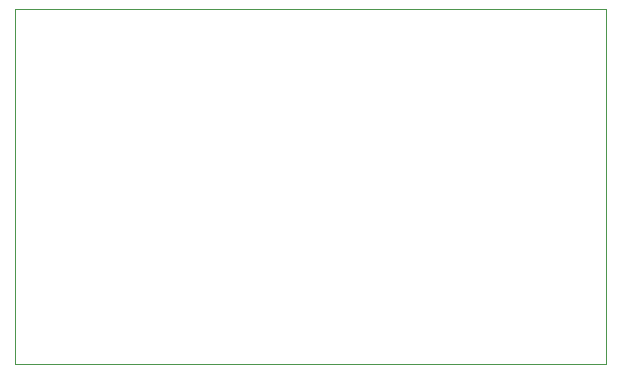
<source format=gbr>
%TF.GenerationSoftware,KiCad,Pcbnew,5.1.10-88a1d61d58~90~ubuntu20.04.1*%
%TF.CreationDate,2021-10-12T23:28:01-03:00*%
%TF.ProjectId,SG3525_Rev01,53473335-3235-45f5-9265-7630312e6b69,0.0.0.1*%
%TF.SameCoordinates,Original*%
%TF.FileFunction,Other,Fab,Bot*%
%FSLAX46Y46*%
G04 Gerber Fmt 4.6, Leading zero omitted, Abs format (unit mm)*
G04 Created by KiCad (PCBNEW 5.1.10-88a1d61d58~90~ubuntu20.04.1) date 2021-10-12 23:28:01*
%MOMM*%
%LPD*%
G01*
G04 APERTURE LIST*
%TA.AperFunction,Profile*%
%ADD10C,0.100000*%
%TD*%
G04 APERTURE END LIST*
D10*
X173000000Y-82000000D02*
X173000000Y-112000000D01*
X123000000Y-82000000D02*
X173000000Y-82000000D01*
X123000000Y-112000000D02*
X123000000Y-82000000D01*
X173000000Y-112000000D02*
X123000000Y-112000000D01*
M02*

</source>
